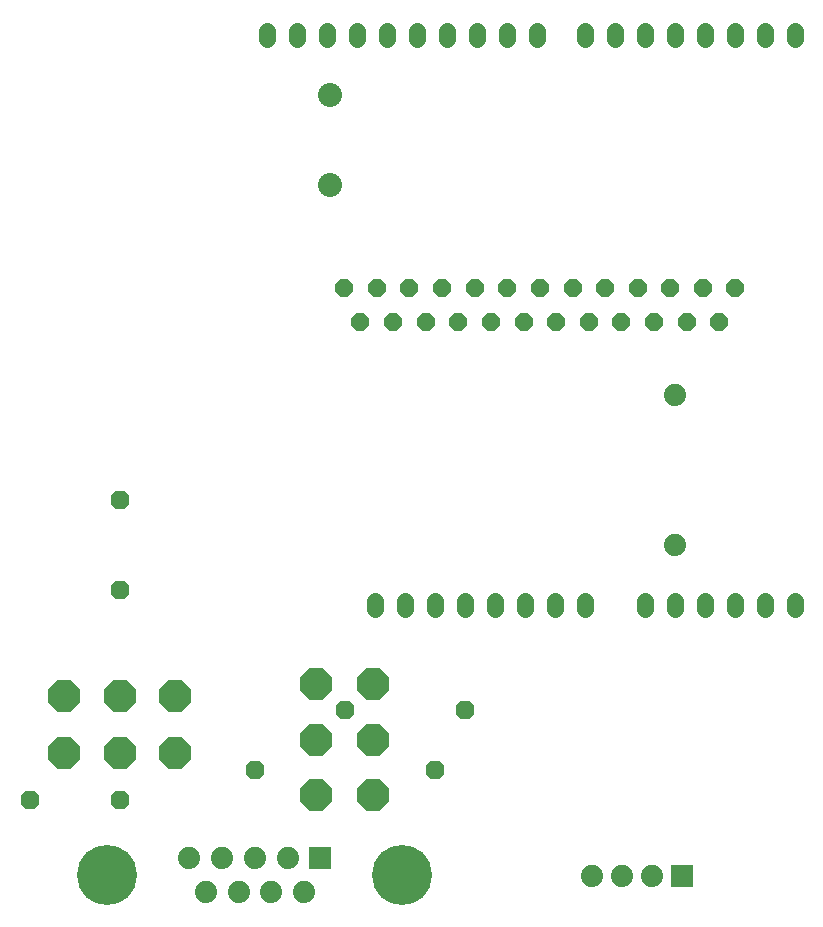
<source format=gbl>
G75*
%MOIN*%
%OFA0B0*%
%FSLAX25Y25*%
%IPPOS*%
%LPD*%
%AMOC8*
5,1,8,0,0,1.08239X$1,22.5*
%
%ADD10C,0.05600*%
%ADD11R,0.07400X0.07400*%
%ADD12C,0.07400*%
%ADD13C,0.08000*%
%ADD14C,0.20000*%
%ADD15OC8,0.10650*%
%ADD16OC8,0.06300*%
%ADD17OC8,0.06000*%
D10*
X0170379Y0152232D02*
X0170379Y0155032D01*
X0180379Y0155032D02*
X0180379Y0152232D01*
X0190379Y0152232D02*
X0190379Y0155032D01*
X0200379Y0155032D02*
X0200379Y0152232D01*
X0210379Y0152232D02*
X0210379Y0155032D01*
X0220379Y0155032D02*
X0220379Y0152232D01*
X0230379Y0152232D02*
X0230379Y0155032D01*
X0240379Y0155032D02*
X0240379Y0152232D01*
X0260379Y0152232D02*
X0260379Y0155032D01*
X0270379Y0155032D02*
X0270379Y0152232D01*
X0280379Y0152232D02*
X0280379Y0155032D01*
X0290379Y0155032D02*
X0290379Y0152232D01*
X0300379Y0152232D02*
X0300379Y0155032D01*
X0310379Y0155032D02*
X0310379Y0152232D01*
X0310379Y0342232D02*
X0310379Y0345032D01*
X0300379Y0345032D02*
X0300379Y0342232D01*
X0290379Y0342232D02*
X0290379Y0345032D01*
X0280379Y0345032D02*
X0280379Y0342232D01*
X0270379Y0342232D02*
X0270379Y0345032D01*
X0260379Y0345032D02*
X0260379Y0342232D01*
X0250379Y0342232D02*
X0250379Y0345032D01*
X0240379Y0345032D02*
X0240379Y0342232D01*
X0224379Y0342232D02*
X0224379Y0345032D01*
X0214379Y0345032D02*
X0214379Y0342232D01*
X0204379Y0342232D02*
X0204379Y0345032D01*
X0194379Y0345032D02*
X0194379Y0342232D01*
X0184379Y0342232D02*
X0184379Y0345032D01*
X0174379Y0345032D02*
X0174379Y0342232D01*
X0164379Y0342232D02*
X0164379Y0345032D01*
X0154379Y0345032D02*
X0154379Y0342232D01*
X0144379Y0342232D02*
X0144379Y0345032D01*
X0134379Y0345032D02*
X0134379Y0342232D01*
D11*
X0152190Y0069223D03*
X0272879Y0063132D03*
D12*
X0262879Y0063132D03*
X0252879Y0063132D03*
X0242879Y0063132D03*
X0146718Y0058042D03*
X0135812Y0058042D03*
X0124946Y0058042D03*
X0114040Y0058042D03*
X0119473Y0069223D03*
X0108568Y0069223D03*
X0130379Y0069223D03*
X0141284Y0069223D03*
X0270379Y0173632D03*
X0270379Y0223632D03*
D13*
X0155379Y0293632D03*
X0155379Y0323632D03*
D14*
X0081166Y0063632D03*
X0179592Y0063632D03*
D15*
X0169879Y0090132D03*
X0169879Y0108632D03*
X0169879Y0127132D03*
X0150879Y0127132D03*
X0150879Y0108632D03*
X0150879Y0090132D03*
X0103879Y0104132D03*
X0085379Y0104132D03*
X0066879Y0104132D03*
X0066879Y0123132D03*
X0085379Y0123132D03*
X0103879Y0123132D03*
D16*
X0130379Y0098632D03*
X0160379Y0118632D03*
X0190379Y0098632D03*
X0200379Y0118632D03*
X0085379Y0088632D03*
X0055379Y0088632D03*
X0085379Y0158632D03*
X0085379Y0188632D03*
D17*
X0165579Y0248032D03*
X0176479Y0248032D03*
X0187379Y0248032D03*
X0198179Y0248032D03*
X0209079Y0248032D03*
X0219979Y0248032D03*
X0230779Y0248032D03*
X0241679Y0248032D03*
X0252579Y0248032D03*
X0263379Y0248032D03*
X0274279Y0248032D03*
X0285179Y0248032D03*
X0290579Y0259232D03*
X0279679Y0259232D03*
X0268879Y0259232D03*
X0257979Y0259232D03*
X0247079Y0259232D03*
X0236279Y0259232D03*
X0225379Y0259232D03*
X0214479Y0259232D03*
X0203679Y0259232D03*
X0192779Y0259232D03*
X0181879Y0259232D03*
X0171079Y0259232D03*
X0160179Y0259232D03*
M02*

</source>
